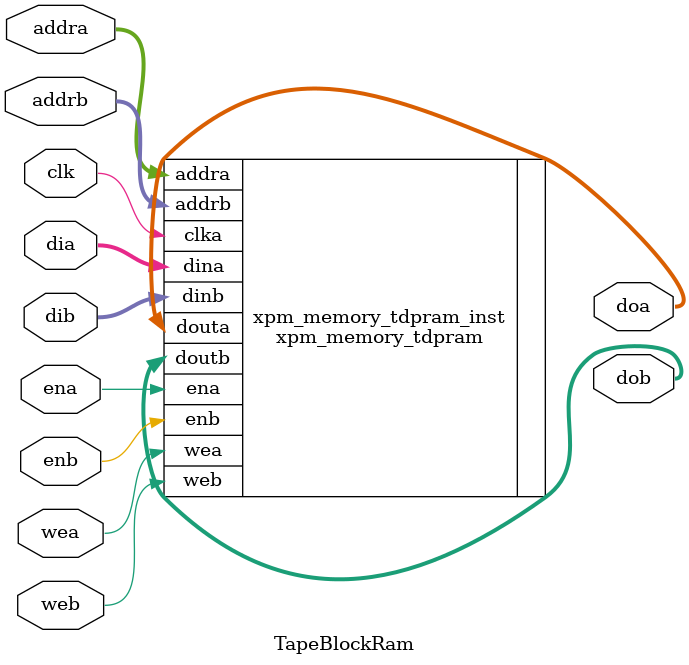
<source format=sv>

`define VIVADO_BROKEN
module TapeBlockRam #(
            WORDSIZE=8, WORDSIZE_IN=WORDSIZE, WORDSIZE_OUT=WORDSIZE, // default to symetric, but allow asymetric reading  
            NUMWORDS=64, ADDRWIDTH=$clog2(NUMWORDS)) (
    input logic clk, ena, enb, wea,web, 
    input [ADDRWIDTH-1:0] addra,addrb, 
    input [WORDSIZE_IN-1:0] dia,dib,
    output logic [WORDSIZE_OUT-1:0] doa,dob
);


`ifdef VIVADO_BROKEN
// xpm_memory_tdpram: True Dual Port RAM
// Xilinx Parameterized Macro, version 2023.1

xpm_memory_tdpram #(
   .ADDR_WIDTH_A(ADDRWIDTH),
   .ADDR_WIDTH_B(ADDRWIDTH), 
   .BYTE_WRITE_WIDTH_A(WORDSIZE_IN), 
   .BYTE_WRITE_WIDTH_B(WORDSIZE_IN), 
   .MEMORY_OPTIMIZATION("true"),
   .MEMORY_PRIMITIVE("auto"),
   .MEMORY_INIT_PARAM("BA"),
   .MEMORY_SIZE(NUMWORDS),
   .MESSAGE_CONTROL(1), 
   .READ_DATA_WIDTH_A(WORDSIZE_OUT),
   .READ_DATA_WIDTH_B(WORDSIZE_OUT),
   .READ_LATENCY_A(2), 
   .READ_LATENCY_B(2),
   .SIM_ASSERT_CHK(1),
   .WRITE_DATA_WIDTH_A(WORDSIZE_IN),
   .WRITE_DATA_WIDTH_B(WORDSIZE_IN)
)
xpm_memory_tdpram_inst (
   .douta(doa),                   // READ_DATA_WIDTH_A-bit output: Data output for port A read operations.
   .doutb(dob),                   // READ_DATA_WIDTH_B-bit output: Data output for port B read operations.

   .addra(addra),                   // ADDR_WIDTH_A-bit input: Address for port A write and read operations.
   .addrb(addrb),                   // ADDR_WIDTH_B-bit input: Address for port B write and read operations.
   .clka(clk),                     // 1-bit input: Clock signal for port A. Also clocks port B when
                                    // parameter CLOCKING_MODE is "common_clock".

   .dina(dia),                     // WRITE_DATA_WIDTH_A-bit input: Data input for port A write operations.
   .dinb(dib),                     // WRITE_DATA_WIDTH_B-bit input: Data input for port B write operations.
   .ena(ena),                       // 1-bit input: Memory enable signal for port A. Must be high on clock
                                    // cycles when read or write operations are initiated. Pipelined
                                    // internally.

   .enb(enb),                       // 1-bit input: Memory enable signal for port B. Must be high on clock
                                    // cycles when read or write operations are initiated. Pipelined
                                    // internally.

   .wea(wea),                       // WRITE_DATA_WIDTH_A/BYTE_WRITE_WIDTH_A-bit input: Write enable vector
                                    // for port A input data port dina. 1 bit wide when word-wide writes are
                                    // used. In byte-wide write configurations, each bit controls the
                                    // writing one byte of dina to address addra. For example, to
                                    // synchronously write only bits [15-8] of dina when WRITE_DATA_WIDTH_A
                                    // is 32, wea would be 4'b0010.

   .web(web)                        // WRITE_DATA_WIDTH_B/BYTE_WRITE_WIDTH_B-bit input: Write enable vector
                                    // for port B input data port dinb. 1 bit wide when word-wide writes are
                                    // used. In byte-wide write configurations, each bit controls the
                                    // writing one byte of dinb to address addrb. For example, to
                                    // synchronously write only bits [15-8] of dinb when WRITE_DATA_WIDTH_B
                                    // is 32, web would be 4'b0010.

);

// End of xpm_memory_tdpram_inst instantiation

`else
// maybe in is big, maybe out is big; user chooses
localparam WORDSIZE_RAM = WORDSIZE_IN > WORDSIZE_OUT ? WORDSIZE_OUT : WORDSIZE_IN;
logic [WORDSIZE_RAM-1:0] ram [0:NUMWORDS-1];

localparam READ_RATIO   =  WORDSIZE_OUT / WORDSIZE_RAM;
localparam WRITE_RATIO  =  WORDSIZE_IN  / WORDSIZE_RAM;


// canary-ify ram on initialization
// however, we assume the RAM is initialized to 0 in stack, so zero it in some places 
initial begin 
    foreach(ram[i]) ram[i] = {WORDSIZE_RAM/8{8'hBA}};
    ram[NUMWORDS-1] = '0;
    ram[0]          = '0; 
end

always_ff @(posedge clk) begin
    if (ena) begin
        if (wea) begin
            if (WRITE_RATIO == 1) ram[addra] <= dia;
            else for(integer i = 0; i < WRITE_RATIO; i++) begin
                automatic logic [ADDRWIDTH-1:0] address = addra +i;
                ram[address] <= dia[(i+1)*WORDSIZE_RAM-1 -: WORDSIZE_RAM]; // saw this in the xylinx docs and wondered what it was; now I know!
            end
        end
        
        if(READ_RATIO == 1) doa <= ram[addra];
        else for(integer i = 0; i < READ_RATIO; i++) begin
            automatic logic [ADDRWIDTH-1:0] address = addra+i;
            doa[(i+1)*WORDSIZE_RAM-1 -: WORDSIZE_RAM] <= ram[address]; // saw this in the docs and wondered what it was; now I know!
        end
        
    end
end

always_ff @(posedge clk) begin
    if (enb) begin
        if (web) begin
            if (WRITE_RATIO == 1) ram[addrb] <= dib;
            else for(integer i = 0; i < WRITE_RATIO; i++) begin
                automatic logic [ADDRWIDTH-1:0] address = addrb+i;
                ram[address] <= dib[(i+1)*WORDSIZE_RAM-1 -: WORDSIZE_RAM]; // saw this in the xylinx docs and wondered what it was; now I know!
            end
        end
        
        if(READ_RATIO == 1) dob <= ram[addrb];
        else for(integer i = 0; i < READ_RATIO; i++) begin
            automatic logic [ADDRWIDTH-1:0] address = addrb+i;
            dob[(i+1)*WORDSIZE_RAM-1 -: WORDSIZE_RAM] <= ram[address]; // saw this in the docs and wondered what it was; now I know!
        end
        
    end
end
`endif
endmodule
</source>
